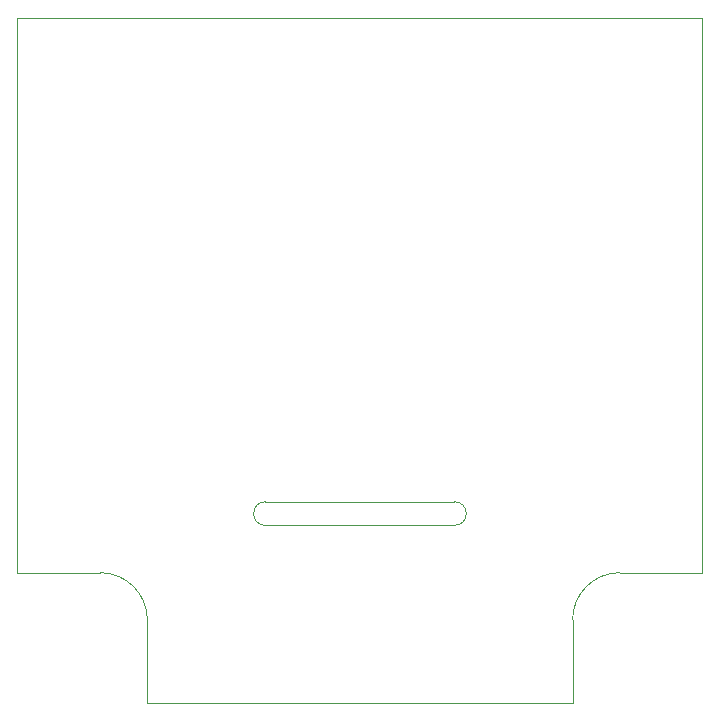
<source format=gm1>
G04 #@! TF.GenerationSoftware,KiCad,Pcbnew,(6.0.1-0)*
G04 #@! TF.CreationDate,2022-03-11T23:22:38+01:00*
G04 #@! TF.ProjectId,LidPCB,4c696450-4342-42e6-9b69-6361645f7063,rev?*
G04 #@! TF.SameCoordinates,Original*
G04 #@! TF.FileFunction,Profile,NP*
%FSLAX46Y46*%
G04 Gerber Fmt 4.6, Leading zero omitted, Abs format (unit mm)*
G04 Created by KiCad (PCBNEW (6.0.1-0)) date 2022-03-11 23:22:38*
%MOMM*%
%LPD*%
G01*
G04 APERTURE LIST*
G04 #@! TA.AperFunction,Profile*
%ADD10C,0.050000*%
G04 #@! TD*
G04 APERTURE END LIST*
D10*
X112000000Y-62000000D02*
X170000000Y-62000000D01*
X141000000Y-105000000D02*
X149000000Y-105000000D01*
X141000000Y-105000000D02*
X133000000Y-105000000D01*
X123000000Y-113000000D02*
X123000000Y-120000000D01*
X159000000Y-120000000D02*
X159000000Y-113000000D01*
X163000000Y-109000000D02*
G75*
G03*
X159000000Y-113000000I0J-4000000D01*
G01*
X163000000Y-109000000D02*
X170000000Y-109000000D01*
X133000000Y-103000000D02*
G75*
G03*
X133000000Y-105000000I0J-1000000D01*
G01*
X141000000Y-103000000D02*
X133000000Y-103000000D01*
X149000000Y-105000000D02*
G75*
G03*
X149000000Y-103000000I0J1000000D01*
G01*
X112000000Y-109000000D02*
X119000000Y-109000000D01*
X123000000Y-113000000D02*
G75*
G03*
X119000000Y-109000000I-4000000J0D01*
G01*
X112000000Y-109000000D02*
X112000000Y-62000000D01*
X159000000Y-120000000D02*
X123000000Y-120000000D01*
X141000000Y-103000000D02*
X149000000Y-103000000D01*
X170000000Y-62000000D02*
X170000000Y-109000000D01*
M02*

</source>
